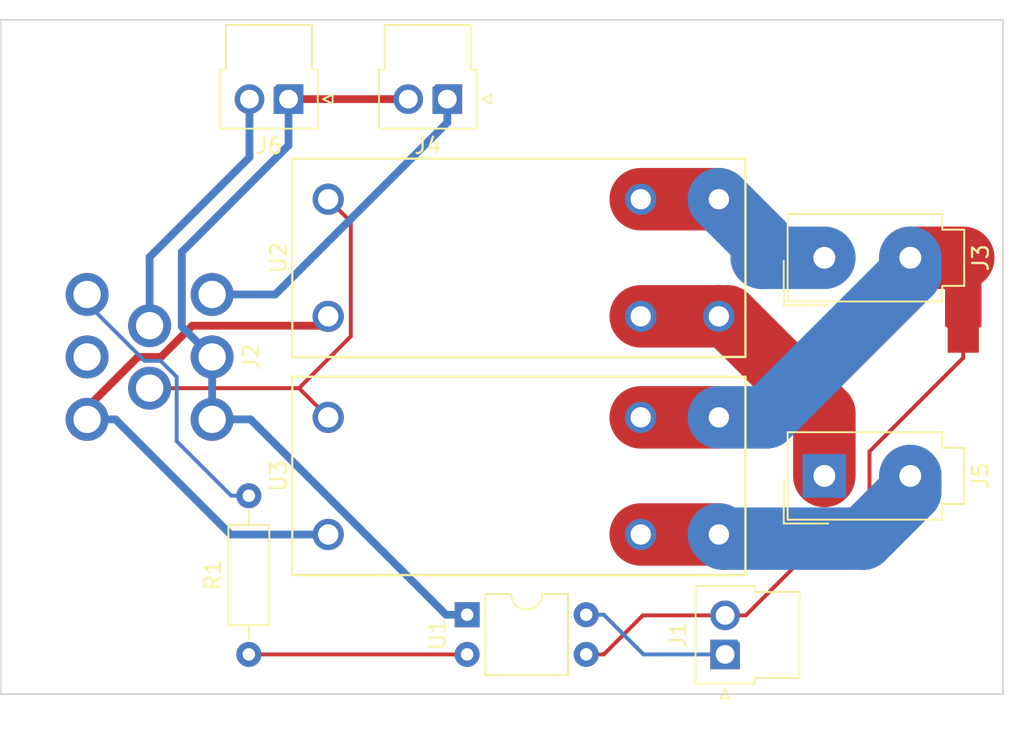
<source format=kicad_pcb>
(kicad_pcb (version 4) (host pcbnew 4.0.7)

  (general
    (links 24)
    (no_connects 0)
    (area 132.064999 26.145 198.833 73.930001)
    (thickness 1.6)
    (drawings 4)
    (tracks 66)
    (zones 0)
    (modules 13)
    (nets 14)
  )

  (page A4)
  (layers
    (0 F.Cu signal)
    (31 B.Cu signal)
    (32 B.Adhes user)
    (33 F.Adhes user)
    (34 B.Paste user)
    (35 F.Paste user)
    (36 B.SilkS user)
    (37 F.SilkS user)
    (38 B.Mask user)
    (39 F.Mask user)
    (40 Dwgs.User user)
    (41 Cmts.User user)
    (42 Eco1.User user)
    (43 Eco2.User user)
    (44 Edge.Cuts user)
    (45 Margin user)
    (46 B.CrtYd user)
    (47 F.CrtYd user)
    (48 B.Fab user)
    (49 F.Fab user)
  )

  (setup
    (last_trace_width 0.25)
    (trace_clearance 0.2)
    (zone_clearance 0.508)
    (zone_45_only no)
    (trace_min 0.2)
    (segment_width 0.2)
    (edge_width 0.1)
    (via_size 0.8)
    (via_drill 0.4)
    (via_min_size 0.4)
    (via_min_drill 0.3)
    (uvia_size 0.3)
    (uvia_drill 0.1)
    (uvias_allowed no)
    (uvia_min_size 0.2)
    (uvia_min_drill 0.1)
    (pcb_text_width 0.3)
    (pcb_text_size 1.5 1.5)
    (mod_edge_width 0.15)
    (mod_text_size 1 1)
    (mod_text_width 0.15)
    (pad_size 1.5 1.5)
    (pad_drill 0.6)
    (pad_to_mask_clearance 0)
    (aux_axis_origin 0 0)
    (visible_elements 7FFFFFFF)
    (pcbplotparams
      (layerselection 0x010fc_80000001)
      (usegerberextensions false)
      (excludeedgelayer true)
      (linewidth 0.100000)
      (plotframeref false)
      (viasonmask false)
      (mode 1)
      (useauxorigin false)
      (hpglpennumber 1)
      (hpglpenspeed 20)
      (hpglpendiameter 15)
      (hpglpenoverlay 2)
      (psnegative false)
      (psa4output false)
      (plotreference true)
      (plotvalue true)
      (plotinvisibletext false)
      (padsonsilk false)
      (subtractmaskfromsilk false)
      (outputformat 1)
      (mirror false)
      (drillshape 0)
      (scaleselection 1)
      (outputdirectory PCB/))
  )

  (net 0 "")
  (net 1 /12V_SRC)
  (net 2 +12V)
  (net 3 /AIRS_FINAL_CHARGER)
  (net 4 /CHARGER_CONTROL)
  (net 5 GND)
  (net 6 /CHARGER_OUT+)
  (net 7 /CHARGER_OUT-)
  (net 8 /CHARGER+)
  (net 9 /CHARGER-)
  (net 10 "Net-(R1-Pad1)")
  (net 11 /CHARGER_TEMP)
  (net 12 "Net-(J1-Pad2)")
  (net 13 /AIRS_CHARGER_OUT)

  (net_class Default "This is the default net class."
    (clearance 0.2)
    (trace_width 0.25)
    (via_dia 0.8)
    (via_drill 0.4)
    (uvia_dia 0.3)
    (uvia_drill 0.1)
    (add_net /AIRS_FINAL_CHARGER)
    (add_net /CHARGER_CONTROL)
    (add_net /CHARGER_TEMP)
    (add_net "Net-(J1-Pad2)")
    (add_net "Net-(R1-Pad1)")
  )

  (net_class ChargerCurrent ""
    (clearance 0.6)
    (trace_width 4)
    (via_dia 3.2)
    (via_drill 2)
    (uvia_dia 1.6)
    (uvia_drill 0.6)
    (add_net /CHARGER+)
    (add_net /CHARGER-)
    (add_net /CHARGER_OUT+)
    (add_net /CHARGER_OUT-)
  )

  (net_class PowerCurrent ""
    (clearance 0.3)
    (trace_width 0.5)
    (via_dia 1.2)
    (via_drill 0.6)
    (uvia_dia 0.3)
    (uvia_drill 0.1)
    (add_net +12V)
    (add_net /12V_SRC)
    (add_net /AIRS_CHARGER_OUT)
    (add_net GND)
  )

  (module Mounting_Holes:MountingHole_4.5mm (layer F.Cu) (tedit 5AA255CB) (tstamp 5A9F2F62)
    (at 191.77 66.04)
    (descr "Mounting Hole 4.5mm, no annular")
    (tags "mounting hole 4.5mm no annular")
    (path /5A9F7B28)
    (attr virtual)
    (fp_text reference H1 (at 0 -5.5) (layer F.SilkS) hide
      (effects (font (size 1 1) (thickness 0.15)))
    )
    (fp_text value MtngHole (at 0 5.5) (layer F.Fab)
      (effects (font (size 1 1) (thickness 0.15)))
    )
    (fp_text user %R (at 0.3 0) (layer F.Fab)
      (effects (font (size 1 1) (thickness 0.15)))
    )
    (fp_circle (center 0 0) (end 4.5 0) (layer Cmts.User) (width 0.15))
    (fp_circle (center 0 0) (end 4.75 0) (layer F.CrtYd) (width 0.05))
    (pad 1 np_thru_hole circle (at 0 0) (size 4.5 4.5) (drill 4.5) (layers *.Cu *.Mask))
  )

  (module Resistors_THT:R_Axial_DIN0207_L6.3mm_D2.5mm_P10.16mm_Horizontal (layer F.Cu) (tedit 5874F706) (tstamp 5A9F2F88)
    (at 148.59 68.58 90)
    (descr "Resistor, Axial_DIN0207 series, Axial, Horizontal, pin pitch=10.16mm, 0.25W = 1/4W, length*diameter=6.3*2.5mm^2, http://cdn-reichelt.de/documents/datenblatt/B400/1_4W%23YAG.pdf")
    (tags "Resistor Axial_DIN0207 series Axial Horizontal pin pitch 10.16mm 0.25W = 1/4W length 6.3mm diameter 2.5mm")
    (path /5A9F3A53)
    (fp_text reference R1 (at 5.08 -2.31 90) (layer F.SilkS)
      (effects (font (size 1 1) (thickness 0.15)))
    )
    (fp_text value R (at 5.08 2.31 90) (layer F.Fab)
      (effects (font (size 1 1) (thickness 0.15)))
    )
    (fp_line (start 1.93 -1.25) (end 1.93 1.25) (layer F.Fab) (width 0.1))
    (fp_line (start 1.93 1.25) (end 8.23 1.25) (layer F.Fab) (width 0.1))
    (fp_line (start 8.23 1.25) (end 8.23 -1.25) (layer F.Fab) (width 0.1))
    (fp_line (start 8.23 -1.25) (end 1.93 -1.25) (layer F.Fab) (width 0.1))
    (fp_line (start 0 0) (end 1.93 0) (layer F.Fab) (width 0.1))
    (fp_line (start 10.16 0) (end 8.23 0) (layer F.Fab) (width 0.1))
    (fp_line (start 1.87 -1.31) (end 1.87 1.31) (layer F.SilkS) (width 0.12))
    (fp_line (start 1.87 1.31) (end 8.29 1.31) (layer F.SilkS) (width 0.12))
    (fp_line (start 8.29 1.31) (end 8.29 -1.31) (layer F.SilkS) (width 0.12))
    (fp_line (start 8.29 -1.31) (end 1.87 -1.31) (layer F.SilkS) (width 0.12))
    (fp_line (start 0.98 0) (end 1.87 0) (layer F.SilkS) (width 0.12))
    (fp_line (start 9.18 0) (end 8.29 0) (layer F.SilkS) (width 0.12))
    (fp_line (start -1.05 -1.6) (end -1.05 1.6) (layer F.CrtYd) (width 0.05))
    (fp_line (start -1.05 1.6) (end 11.25 1.6) (layer F.CrtYd) (width 0.05))
    (fp_line (start 11.25 1.6) (end 11.25 -1.6) (layer F.CrtYd) (width 0.05))
    (fp_line (start 11.25 -1.6) (end -1.05 -1.6) (layer F.CrtYd) (width 0.05))
    (pad 1 thru_hole circle (at 0 0 90) (size 1.6 1.6) (drill 0.8) (layers *.Cu *.Mask)
      (net 10 "Net-(R1-Pad1)"))
    (pad 2 thru_hole oval (at 10.16 0 90) (size 1.6 1.6) (drill 0.8) (layers *.Cu *.Mask)
      (net 4 /CHARGER_CONTROL))
    (model ${KISYS3DMOD}/Resistors_THT.3dshapes/R_Axial_DIN0207_L6.3mm_D2.5mm_P10.16mm_Horizontal.wrl
      (at (xyz 0 0 0))
      (scale (xyz 0.393701 0.393701 0.393701))
      (rotate (xyz 0 0 0))
    )
  )

  (module Oddities:NetTie-I_Connected_SMD (layer F.Cu) (tedit 5AA25647) (tstamp 5A9F2F8E)
    (at 194.31 45.72 270)
    (descr "Just a \"Net tie\" as an more or less elegant way to connect two different nets without disturbing ERC and DRC.")
    (tags "Just a \"Net tie\" as an more or less elegant way to connect two different nets without disturbing ERC and DRC.")
    (path /5A9F7258)
    (fp_text reference R2 (at 1.905 2.54 270) (layer F.SilkS) hide
      (effects (font (size 1 1) (thickness 0.15)))
    )
    (fp_text value R (at 0 -3.048 270) (layer F.Fab)
      (effects (font (size 1 1) (thickness 0.15)))
    )
    (fp_line (start 1.778 -1.016) (end -1.778 -1.016) (layer F.Cu) (width 0.3048))
    (fp_line (start -1.778 -0.762) (end 1.778 -0.762) (layer F.Cu) (width 0.3048))
    (fp_line (start 1.778 -0.508) (end -1.778 -0.508) (layer F.Cu) (width 0.3048))
    (fp_line (start -1.778 -0.254) (end 1.778 -0.254) (layer F.Cu) (width 0.3048))
    (fp_line (start 1.778 0) (end -1.778 0) (layer F.Cu) (width 0.3048))
    (fp_line (start -1.778 0.254) (end 1.778 0.254) (layer F.Cu) (width 0.3048))
    (fp_line (start 1.778 0.508) (end -1.778 0.508) (layer F.Cu) (width 0.3048))
    (fp_line (start -1.778 0.762) (end 1.778 0.762) (layer F.Cu) (width 0.3048))
    (fp_line (start 1.778 1.016) (end -1.778 1.016) (layer F.Cu) (width 0.3048))
    (pad 1 smd rect (at -2.54 0 270) (size 1.99898 1.99898) (layers F.Cu F.Paste F.Mask)
      (net 7 /CHARGER_OUT-))
    (pad 2 smd rect (at 2.54 0 270) (size 1.99898 1.99898) (layers F.Cu F.Paste F.Mask)
      (net 12 "Net-(J1-Pad2)"))
  )

  (module Housings_DIP:DIP-4_W7.62mm (layer F.Cu) (tedit 5AA255DC) (tstamp 5A9F2F96)
    (at 162.56 66.04)
    (descr "4-lead though-hole mounted DIP package, row spacing 7.62 mm (300 mils)")
    (tags "THT DIP DIL PDIP 2.54mm 7.62mm 300mil")
    (path /5A9F3852)
    (fp_text reference U1 (at -1.905 1.27 90) (layer F.SilkS)
      (effects (font (size 1 1) (thickness 0.15)))
    )
    (fp_text value PS2501-1 (at 3.81 4.87) (layer F.Fab)
      (effects (font (size 1 1) (thickness 0.15)))
    )
    (fp_arc (start 3.81 -1.33) (end 2.81 -1.33) (angle -180) (layer F.SilkS) (width 0.12))
    (fp_line (start 1.635 -1.27) (end 6.985 -1.27) (layer F.Fab) (width 0.1))
    (fp_line (start 6.985 -1.27) (end 6.985 3.81) (layer F.Fab) (width 0.1))
    (fp_line (start 6.985 3.81) (end 0.635 3.81) (layer F.Fab) (width 0.1))
    (fp_line (start 0.635 3.81) (end 0.635 -0.27) (layer F.Fab) (width 0.1))
    (fp_line (start 0.635 -0.27) (end 1.635 -1.27) (layer F.Fab) (width 0.1))
    (fp_line (start 2.81 -1.33) (end 1.16 -1.33) (layer F.SilkS) (width 0.12))
    (fp_line (start 1.16 -1.33) (end 1.16 3.87) (layer F.SilkS) (width 0.12))
    (fp_line (start 1.16 3.87) (end 6.46 3.87) (layer F.SilkS) (width 0.12))
    (fp_line (start 6.46 3.87) (end 6.46 -1.33) (layer F.SilkS) (width 0.12))
    (fp_line (start 6.46 -1.33) (end 4.81 -1.33) (layer F.SilkS) (width 0.12))
    (fp_line (start -1.1 -1.55) (end -1.1 4.1) (layer F.CrtYd) (width 0.05))
    (fp_line (start -1.1 4.1) (end 8.7 4.1) (layer F.CrtYd) (width 0.05))
    (fp_line (start 8.7 4.1) (end 8.7 -1.55) (layer F.CrtYd) (width 0.05))
    (fp_line (start 8.7 -1.55) (end -1.1 -1.55) (layer F.CrtYd) (width 0.05))
    (fp_text user %R (at 3.81 1.27) (layer F.Fab)
      (effects (font (size 1 1) (thickness 0.15)))
    )
    (pad 1 thru_hole rect (at 0 0) (size 1.6 1.6) (drill 0.8) (layers *.Cu *.Mask)
      (net 2 +12V))
    (pad 3 thru_hole oval (at 7.62 2.54) (size 1.6 1.6) (drill 0.8) (layers *.Cu *.Mask)
      (net 12 "Net-(J1-Pad2)"))
    (pad 2 thru_hole oval (at 0 2.54) (size 1.6 1.6) (drill 0.8) (layers *.Cu *.Mask)
      (net 10 "Net-(R1-Pad1)"))
    (pad 4 thru_hole oval (at 7.62 0) (size 1.6 1.6) (drill 0.8) (layers *.Cu *.Mask)
      (net 11 /CHARGER_TEMP))
    (model ${KISYS3DMOD}/Housings_DIP.3dshapes/DIP-4_W7.62mm.wrl
      (at (xyz 0 0 0))
      (scale (xyz 1 1 1))
      (rotate (xyz 0 0 0))
    )
  )

  (module FSFootprints:G2RL-1A-E (layer F.Cu) (tedit 5AA255E4) (tstamp 5A9F2FA0)
    (at 153.67 43.18)
    (path /5A9F51A8)
    (fp_text reference U2 (at -3.175 0 270) (layer F.SilkS)
      (effects (font (size 1 1) (thickness 0.15)))
    )
    (fp_text value G2RL-1A-E (at 8 -4) (layer F.Fab)
      (effects (font (size 1 1) (thickness 0.15)))
    )
    (fp_line (start -2.159 -6.223) (end 26.543 -6.223) (layer F.Fab) (width 0.15))
    (fp_line (start 26.543 -6.223) (end 26.543 6.223) (layer F.Fab) (width 0.15))
    (fp_line (start 26.543 6.223) (end -2.159 6.223) (layer F.Fab) (width 0.15))
    (fp_line (start -2.159 6.223) (end -2.159 -6.223) (layer F.Fab) (width 0.15))
    (fp_line (start -2.3 6.35) (end -2.3 -6.35) (layer F.SilkS) (width 0.15))
    (fp_line (start -2.3 -6.35) (end 26.7 -6.35) (layer F.SilkS) (width 0.15))
    (fp_line (start 26.7 -6.35) (end 26.7 6.35) (layer F.SilkS) (width 0.15))
    (fp_line (start 26.7 6.35) (end -2.3 6.35) (layer F.SilkS) (width 0.15))
    (pad 5 thru_hole circle (at 25 3.75) (size 2 2) (drill 1.3) (layers *.Cu *.Mask)
      (net 8 /CHARGER+))
    (pad 4 thru_hole circle (at 25 -3.75) (size 2 2) (drill 1.3) (layers *.Cu *.Mask)
      (net 6 /CHARGER_OUT+))
    (pad 6 thru_hole circle (at 20 3.75) (size 2 2) (drill 1.3) (layers *.Cu *.Mask)
      (net 8 /CHARGER+))
    (pad 3 thru_hole circle (at 20 -3.75) (size 2 2) (drill 1.3) (layers *.Cu *.Mask)
      (net 6 /CHARGER_OUT+))
    (pad 8 thru_hole circle (at 0 3.75) (size 2 2) (drill 1.3) (layers *.Cu *.Mask)
      (net 5 GND))
    (pad 1 thru_hole circle (at 0 -3.75) (size 2 2) (drill 1.3) (layers *.Cu *.Mask)
      (net 3 /AIRS_FINAL_CHARGER))
  )

  (module FSFootprints:G2RL-1A-E (layer F.Cu) (tedit 5AA255E2) (tstamp 5A9F2FAA)
    (at 153.67 57.15)
    (path /5A9F5269)
    (fp_text reference U3 (at -3.175 0 270) (layer F.SilkS)
      (effects (font (size 1 1) (thickness 0.15)))
    )
    (fp_text value G2RL-1A-E (at 8 -4) (layer F.Fab)
      (effects (font (size 1 1) (thickness 0.15)))
    )
    (fp_line (start -2.159 -6.223) (end 26.543 -6.223) (layer F.Fab) (width 0.15))
    (fp_line (start 26.543 -6.223) (end 26.543 6.223) (layer F.Fab) (width 0.15))
    (fp_line (start 26.543 6.223) (end -2.159 6.223) (layer F.Fab) (width 0.15))
    (fp_line (start -2.159 6.223) (end -2.159 -6.223) (layer F.Fab) (width 0.15))
    (fp_line (start -2.3 6.35) (end -2.3 -6.35) (layer F.SilkS) (width 0.15))
    (fp_line (start -2.3 -6.35) (end 26.7 -6.35) (layer F.SilkS) (width 0.15))
    (fp_line (start 26.7 -6.35) (end 26.7 6.35) (layer F.SilkS) (width 0.15))
    (fp_line (start 26.7 6.35) (end -2.3 6.35) (layer F.SilkS) (width 0.15))
    (pad 5 thru_hole circle (at 25 3.75) (size 2 2) (drill 1.3) (layers *.Cu *.Mask)
      (net 9 /CHARGER-))
    (pad 4 thru_hole circle (at 25 -3.75) (size 2 2) (drill 1.3) (layers *.Cu *.Mask)
      (net 7 /CHARGER_OUT-))
    (pad 6 thru_hole circle (at 20 3.75) (size 2 2) (drill 1.3) (layers *.Cu *.Mask)
      (net 9 /CHARGER-))
    (pad 3 thru_hole circle (at 20 -3.75) (size 2 2) (drill 1.3) (layers *.Cu *.Mask)
      (net 7 /CHARGER_OUT-))
    (pad 8 thru_hole circle (at 0 3.75) (size 2 2) (drill 1.3) (layers *.Cu *.Mask)
      (net 5 GND))
    (pad 1 thru_hole circle (at 0 -3.75) (size 2 2) (drill 1.3) (layers *.Cu *.Mask)
      (net 3 /AIRS_FINAL_CHARGER))
  )

  (module Mounting_Holes:MountingHole_4.5mm (layer F.Cu) (tedit 5AA255D4) (tstamp 5A9F314C)
    (at 191.77 33.02 180)
    (descr "Mounting Hole 4.5mm, no annular")
    (tags "mounting hole 4.5mm no annular")
    (path /5A9F8F7C)
    (attr virtual)
    (fp_text reference H2 (at 0 -5.5 180) (layer F.SilkS) hide
      (effects (font (size 1 1) (thickness 0.15)))
    )
    (fp_text value MtngHole (at 0 5.5 180) (layer F.Fab)
      (effects (font (size 1 1) (thickness 0.15)))
    )
    (fp_text user %R (at 0.3 0 180) (layer F.Fab)
      (effects (font (size 1 1) (thickness 0.15)))
    )
    (fp_circle (center 0 0) (end 4.5 0) (layer Cmts.User) (width 0.15))
    (fp_circle (center 0 0) (end 4.75 0) (layer F.CrtYd) (width 0.05))
    (pad 1 np_thru_hole circle (at 0 0 180) (size 4.5 4.5) (drill 4.5) (layers *.Cu *.Mask))
  )

  (module Connectors_Molex:Molex_NanoFit_1x02x2.50mm_Straight (layer F.Cu) (tedit 58A28DF3) (tstamp 5A9F3157)
    (at 179.07 68.58 90)
    (descr "Molex Nano Fit, single row, top entry, through hole, Datasheet:http://www.molex.com/pdm_docs/sd/1053091203_sd.pdf")
    (tags "connector molex nano-fit 105309-xx04")
    (path /5A9F809D)
    (fp_text reference J1 (at 1.25 -3 90) (layer F.SilkS)
      (effects (font (size 1 1) (thickness 0.15)))
    )
    (fp_text value "Charger Control" (at 1.25 -4.5 90) (layer F.Fab)
      (effects (font (size 1 1) (thickness 0.15)))
    )
    (fp_line (start 1.25 -1.74) (end -1.72 -1.74) (layer F.Fab) (width 0.1))
    (fp_line (start -1.72 -1.74) (end -1.72 1.74) (layer F.Fab) (width 0.1))
    (fp_line (start -1.72 1.74) (end -1.35 1.74) (layer F.Fab) (width 0.1))
    (fp_line (start -1.35 1.74) (end -1.35 4.6) (layer F.Fab) (width 0.1))
    (fp_line (start -1.35 4.6) (end 1.25 4.6) (layer F.Fab) (width 0.1))
    (fp_line (start 1.25 -1.74) (end 4.22 -1.74) (layer F.Fab) (width 0.1))
    (fp_line (start 4.22 -1.74) (end 4.22 1.74) (layer F.Fab) (width 0.1))
    (fp_line (start 4.22 1.74) (end 3.85 1.74) (layer F.Fab) (width 0.1))
    (fp_line (start 3.85 1.74) (end 3.85 4.6) (layer F.Fab) (width 0.1))
    (fp_line (start 3.85 4.6) (end 1.25 4.6) (layer F.Fab) (width 0.1))
    (fp_line (start 1.25 -1.89) (end -1.87 -1.89) (layer F.SilkS) (width 0.12))
    (fp_line (start -1.87 -1.89) (end -1.87 1.89) (layer F.SilkS) (width 0.12))
    (fp_line (start -1.87 1.89) (end -1.5 1.89) (layer F.SilkS) (width 0.12))
    (fp_line (start -1.5 1.89) (end -1.5 4.75) (layer F.SilkS) (width 0.12))
    (fp_line (start -1.5 4.75) (end 1.25 4.75) (layer F.SilkS) (width 0.12))
    (fp_line (start 1.25 -1.89) (end 4.37 -1.89) (layer F.SilkS) (width 0.12))
    (fp_line (start 4.37 -1.89) (end 4.37 1.89) (layer F.SilkS) (width 0.12))
    (fp_line (start 4.37 1.89) (end 4 1.89) (layer F.SilkS) (width 0.12))
    (fp_line (start 4 1.89) (end 4 4.75) (layer F.SilkS) (width 0.12))
    (fp_line (start 4 4.75) (end 1.25 4.75) (layer F.SilkS) (width 0.12))
    (fp_line (start -0.85 2.54) (end -0.85 4.1) (layer F.Fab) (width 0.1))
    (fp_line (start -0.85 4.1) (end 3.35 4.1) (layer F.Fab) (width 0.1))
    (fp_line (start 3.35 4.1) (end 3.35 2.54) (layer F.Fab) (width 0.1))
    (fp_line (start 3.35 2.54) (end -0.85 2.54) (layer F.Fab) (width 0.1))
    (fp_line (start -2.21 -2.24) (end -2.21 2.24) (layer F.CrtYd) (width 0.05))
    (fp_line (start -2.21 2.24) (end -1.85 2.24) (layer F.CrtYd) (width 0.05))
    (fp_line (start -1.85 2.24) (end -1.85 5.09) (layer F.CrtYd) (width 0.05))
    (fp_line (start -1.85 5.09) (end 4.34 5.09) (layer F.CrtYd) (width 0.05))
    (fp_line (start 4.34 5.09) (end 4.34 2.24) (layer F.CrtYd) (width 0.05))
    (fp_line (start 4.34 2.24) (end 4.71 2.24) (layer F.CrtYd) (width 0.05))
    (fp_line (start 4.71 2.24) (end 4.71 -2.24) (layer F.CrtYd) (width 0.05))
    (fp_line (start 4.71 -2.24) (end -2.21 -2.24) (layer F.CrtYd) (width 0.05))
    (fp_line (start -1.1875 -1.1875) (end -1.1875 1.1875) (layer F.Fab) (width 0.1))
    (fp_line (start -1.1875 1.1875) (end 1.1875 1.1875) (layer F.Fab) (width 0.1))
    (fp_line (start 1.1875 1.1875) (end 1.1875 -1.1875) (layer F.Fab) (width 0.1))
    (fp_line (start 1.1875 -1.1875) (end -1.1875 -1.1875) (layer F.Fab) (width 0.1))
    (fp_line (start 1.3125 -1.1875) (end 1.3125 1.1875) (layer F.Fab) (width 0.1))
    (fp_line (start 1.3125 1.1875) (end 3.6875 1.1875) (layer F.Fab) (width 0.1))
    (fp_line (start 3.6875 1.1875) (end 3.6875 -1.1875) (layer F.Fab) (width 0.1))
    (fp_line (start 3.6875 -1.1875) (end 1.3125 -1.1875) (layer F.Fab) (width 0.1))
    (fp_line (start -2.22 0) (end -2.82 0.3) (layer F.SilkS) (width 0.12))
    (fp_line (start -2.82 0.3) (end -2.82 -0.3) (layer F.SilkS) (width 0.12))
    (fp_line (start -2.82 -0.3) (end -2.22 0) (layer F.SilkS) (width 0.12))
    (fp_line (start -2.22 0) (end -2.82 0.3) (layer F.Fab) (width 0.1))
    (fp_line (start -2.82 0.3) (end -2.82 -0.3) (layer F.Fab) (width 0.1))
    (fp_line (start -2.82 -0.3) (end -2.22 0) (layer F.Fab) (width 0.1))
    (fp_text user %R (at 1.25 -3 90) (layer F.Fab)
      (effects (font (size 1 1) (thickness 0.15)))
    )
    (pad 1 thru_hole rect (at 0 0 90) (size 1.9 1.9) (drill 1.2) (layers *.Cu *.Mask)
      (net 11 /CHARGER_TEMP))
    (pad 2 thru_hole circle (at 2.5 0 90) (size 1.9 1.9) (drill 1.2) (layers *.Cu *.Mask)
      (net 12 "Net-(J1-Pad2)"))
    (pad "" np_thru_hole circle (at 1.25 1.34 90) (size 1.3 1.3) (drill 1.3) (layers *.Cu *.Mask))
    (model ${KISYS3DMOD}/Connectors_Molex.3dshapes/Molex_NanoFit_1x02x2.50mm_Straight.wrl
      (at (xyz 0 0 0))
      (scale (xyz 1 1 1))
      (rotate (xyz 0 0 0))
    )
  )

  (module Connectors_Molex:Molex_MiniFit-JR-5556-02A_2x01x4.20mm_Straight (layer F.Cu) (tedit 58A28952) (tstamp 5A9F3169)
    (at 185.42 43.18 90)
    (descr "Molex Mini-Fit JR, PN:5556-02A, dual row, top entry type, through hole")
    (tags "connector molex mini-fit 5556")
    (path /5A9F549C)
    (fp_text reference J3 (at 0 10 90) (layer F.SilkS)
      (effects (font (size 1 1) (thickness 0.15)))
    )
    (fp_text value "Charger Current Direct" (at 0 -4 90) (layer F.Fab)
      (effects (font (size 1 1) (thickness 0.15)))
    )
    (fp_line (start -2.7 -2.25) (end -2.7 7.45) (layer F.Fab) (width 0.1))
    (fp_line (start -2.7 7.45) (end 2.7 7.45) (layer F.Fab) (width 0.1))
    (fp_line (start 2.7 7.45) (end 2.7 -2.25) (layer F.Fab) (width 0.1))
    (fp_line (start 2.7 -2.25) (end -2.7 -2.25) (layer F.Fab) (width 0.1))
    (fp_line (start -1.7 7.45) (end -1.7 8.85) (layer F.Fab) (width 0.1))
    (fp_line (start -1.7 8.85) (end 1.7 8.85) (layer F.Fab) (width 0.1))
    (fp_line (start 1.7 8.85) (end 1.7 7.45) (layer F.Fab) (width 0.1))
    (fp_line (start -1.75 -1.75) (end -1.75 1.75) (layer F.Fab) (width 0.1))
    (fp_line (start -1.75 1.75) (end 1.75 1.75) (layer F.Fab) (width 0.1))
    (fp_line (start 1.75 1.75) (end 1.75 -1.75) (layer F.Fab) (width 0.1))
    (fp_line (start 1.75 -1.75) (end -1.75 -1.75) (layer F.Fab) (width 0.1))
    (fp_line (start -1.75 7.25) (end -1.75 4.625) (layer F.Fab) (width 0.1))
    (fp_line (start -1.75 4.625) (end -0.875 3.75) (layer F.Fab) (width 0.1))
    (fp_line (start -0.875 3.75) (end 0.875 3.75) (layer F.Fab) (width 0.1))
    (fp_line (start 0.875 3.75) (end 1.75 4.625) (layer F.Fab) (width 0.1))
    (fp_line (start 1.75 4.625) (end 1.75 7.25) (layer F.Fab) (width 0.1))
    (fp_line (start 1.75 7.25) (end -1.75 7.25) (layer F.Fab) (width 0.1))
    (fp_line (start 0 -2.35) (end -2.8 -2.35) (layer F.SilkS) (width 0.12))
    (fp_line (start -2.8 -2.35) (end -2.8 7.55) (layer F.SilkS) (width 0.12))
    (fp_line (start -2.8 7.55) (end -1.8 7.55) (layer F.SilkS) (width 0.12))
    (fp_line (start -1.8 7.55) (end -1.8 8.95) (layer F.SilkS) (width 0.12))
    (fp_line (start -1.8 8.95) (end 0 8.95) (layer F.SilkS) (width 0.12))
    (fp_line (start 0 -2.35) (end 2.8 -2.35) (layer F.SilkS) (width 0.12))
    (fp_line (start 2.8 -2.35) (end 2.8 7.55) (layer F.SilkS) (width 0.12))
    (fp_line (start 2.8 7.55) (end 1.8 7.55) (layer F.SilkS) (width 0.12))
    (fp_line (start 1.8 7.55) (end 1.8 8.95) (layer F.SilkS) (width 0.12))
    (fp_line (start 1.8 8.95) (end 0 8.95) (layer F.SilkS) (width 0.12))
    (fp_line (start -0.2 -2.6) (end -3.05 -2.6) (layer F.SilkS) (width 0.12))
    (fp_line (start -3.05 -2.6) (end -3.05 0.25) (layer F.SilkS) (width 0.12))
    (fp_line (start -0.2 -2.6) (end -3.05 -2.6) (layer F.Fab) (width 0.1))
    (fp_line (start -3.05 -2.6) (end -3.05 0.25) (layer F.Fab) (width 0.1))
    (fp_line (start -3.2 -2.75) (end -3.2 9.3) (layer F.CrtYd) (width 0.05))
    (fp_line (start -3.2 9.3) (end 3.2 9.3) (layer F.CrtYd) (width 0.05))
    (fp_line (start 3.2 9.3) (end 3.2 -2.75) (layer F.CrtYd) (width 0.05))
    (fp_line (start 3.2 -2.75) (end -3.2 -2.75) (layer F.CrtYd) (width 0.05))
    (fp_text user %R (at 0 3 90) (layer F.Fab)
      (effects (font (size 1 1) (thickness 0.15)))
    )
    (pad 1 thru_hole rect (at 0 0 90) (size 2.8 2.8) (drill 1.4) (layers *.Cu *.Mask)
      (net 6 /CHARGER_OUT+))
    (pad 2 thru_hole circle (at 0 5.5 90) (size 2.8 2.8) (drill 1.4) (layers *.Cu *.Mask)
      (net 7 /CHARGER_OUT-))
    (model ${KISYS3DMOD}/Connectors_Molex.3dshapes/Molex_MiniFit-JR-5556-02A_2x01x4.20mm_Straight.wrl
      (at (xyz 0 0 0))
      (scale (xyz 1 1 1))
      (rotate (xyz 0 0 0))
    )
  )

  (module Connectors_Molex:Molex_NanoFit_1x02x2.50mm_Straight (layer F.Cu) (tedit 58A28DF3) (tstamp 5A9F316E)
    (at 161.29 33.02 180)
    (descr "Molex Nano Fit, single row, top entry, through hole, Datasheet:http://www.molex.com/pdm_docs/sd/1053091203_sd.pdf")
    (tags "connector molex nano-fit 105309-xx04")
    (path /594F5A13)
    (fp_text reference J4 (at 1.25 -3 180) (layer F.SilkS)
      (effects (font (size 1 1) (thickness 0.15)))
    )
    (fp_text value "Estop Connector" (at 1.25 -4.5 180) (layer F.Fab)
      (effects (font (size 1 1) (thickness 0.15)))
    )
    (fp_line (start 1.25 -1.74) (end -1.72 -1.74) (layer F.Fab) (width 0.1))
    (fp_line (start -1.72 -1.74) (end -1.72 1.74) (layer F.Fab) (width 0.1))
    (fp_line (start -1.72 1.74) (end -1.35 1.74) (layer F.Fab) (width 0.1))
    (fp_line (start -1.35 1.74) (end -1.35 4.6) (layer F.Fab) (width 0.1))
    (fp_line (start -1.35 4.6) (end 1.25 4.6) (layer F.Fab) (width 0.1))
    (fp_line (start 1.25 -1.74) (end 4.22 -1.74) (layer F.Fab) (width 0.1))
    (fp_line (start 4.22 -1.74) (end 4.22 1.74) (layer F.Fab) (width 0.1))
    (fp_line (start 4.22 1.74) (end 3.85 1.74) (layer F.Fab) (width 0.1))
    (fp_line (start 3.85 1.74) (end 3.85 4.6) (layer F.Fab) (width 0.1))
    (fp_line (start 3.85 4.6) (end 1.25 4.6) (layer F.Fab) (width 0.1))
    (fp_line (start 1.25 -1.89) (end -1.87 -1.89) (layer F.SilkS) (width 0.12))
    (fp_line (start -1.87 -1.89) (end -1.87 1.89) (layer F.SilkS) (width 0.12))
    (fp_line (start -1.87 1.89) (end -1.5 1.89) (layer F.SilkS) (width 0.12))
    (fp_line (start -1.5 1.89) (end -1.5 4.75) (layer F.SilkS) (width 0.12))
    (fp_line (start -1.5 4.75) (end 1.25 4.75) (layer F.SilkS) (width 0.12))
    (fp_line (start 1.25 -1.89) (end 4.37 -1.89) (layer F.SilkS) (width 0.12))
    (fp_line (start 4.37 -1.89) (end 4.37 1.89) (layer F.SilkS) (width 0.12))
    (fp_line (start 4.37 1.89) (end 4 1.89) (layer F.SilkS) (width 0.12))
    (fp_line (start 4 1.89) (end 4 4.75) (layer F.SilkS) (width 0.12))
    (fp_line (start 4 4.75) (end 1.25 4.75) (layer F.SilkS) (width 0.12))
    (fp_line (start -0.85 2.54) (end -0.85 4.1) (layer F.Fab) (width 0.1))
    (fp_line (start -0.85 4.1) (end 3.35 4.1) (layer F.Fab) (width 0.1))
    (fp_line (start 3.35 4.1) (end 3.35 2.54) (layer F.Fab) (width 0.1))
    (fp_line (start 3.35 2.54) (end -0.85 2.54) (layer F.Fab) (width 0.1))
    (fp_line (start -2.21 -2.24) (end -2.21 2.24) (layer F.CrtYd) (width 0.05))
    (fp_line (start -2.21 2.24) (end -1.85 2.24) (layer F.CrtYd) (width 0.05))
    (fp_line (start -1.85 2.24) (end -1.85 5.09) (layer F.CrtYd) (width 0.05))
    (fp_line (start -1.85 5.09) (end 4.34 5.09) (layer F.CrtYd) (width 0.05))
    (fp_line (start 4.34 5.09) (end 4.34 2.24) (layer F.CrtYd) (width 0.05))
    (fp_line (start 4.34 2.24) (end 4.71 2.24) (layer F.CrtYd) (width 0.05))
    (fp_line (start 4.71 2.24) (end 4.71 -2.24) (layer F.CrtYd) (width 0.05))
    (fp_line (start 4.71 -2.24) (end -2.21 -2.24) (layer F.CrtYd) (width 0.05))
    (fp_line (start -1.1875 -1.1875) (end -1.1875 1.1875) (layer F.Fab) (width 0.1))
    (fp_line (start -1.1875 1.1875) (end 1.1875 1.1875) (layer F.Fab) (width 0.1))
    (fp_line (start 1.1875 1.1875) (end 1.1875 -1.1875) (layer F.Fab) (width 0.1))
    (fp_line (start 1.1875 -1.1875) (end -1.1875 -1.1875) (layer F.Fab) (width 0.1))
    (fp_line (start 1.3125 -1.1875) (end 1.3125 1.1875) (layer F.Fab) (width 0.1))
    (fp_line (start 1.3125 1.1875) (end 3.6875 1.1875) (layer F.Fab) (width 0.1))
    (fp_line (start 3.6875 1.1875) (end 3.6875 -1.1875) (layer F.Fab) (width 0.1))
    (fp_line (start 3.6875 -1.1875) (end 1.3125 -1.1875) (layer F.Fab) (width 0.1))
    (fp_line (start -2.22 0) (end -2.82 0.3) (layer F.SilkS) (width 0.12))
    (fp_line (start -2.82 0.3) (end -2.82 -0.3) (layer F.SilkS) (width 0.12))
    (fp_line (start -2.82 -0.3) (end -2.22 0) (layer F.SilkS) (width 0.12))
    (fp_line (start -2.22 0) (end -2.82 0.3) (layer F.Fab) (width 0.1))
    (fp_line (start -2.82 0.3) (end -2.82 -0.3) (layer F.Fab) (width 0.1))
    (fp_line (start -2.82 -0.3) (end -2.22 0) (layer F.Fab) (width 0.1))
    (fp_text user %R (at 1.25 -3 180) (layer F.Fab)
      (effects (font (size 1 1) (thickness 0.15)))
    )
    (pad 1 thru_hole rect (at 0 0 180) (size 1.9 1.9) (drill 1.2) (layers *.Cu *.Mask)
      (net 1 /12V_SRC))
    (pad 2 thru_hole circle (at 2.5 0 180) (size 1.9 1.9) (drill 1.2) (layers *.Cu *.Mask)
      (net 2 +12V))
    (pad "" np_thru_hole circle (at 1.25 1.34 180) (size 1.3 1.3) (drill 1.3) (layers *.Cu *.Mask))
    (model ${KISYS3DMOD}/Connectors_Molex.3dshapes/Molex_NanoFit_1x02x2.50mm_Straight.wrl
      (at (xyz 0 0 0))
      (scale (xyz 1 1 1))
      (rotate (xyz 0 0 0))
    )
  )

  (module Connectors_Molex:Molex_MiniFit-JR-5556-02A_2x01x4.20mm_Straight (layer F.Cu) (tedit 58A28952) (tstamp 5A9F3179)
    (at 185.42 57.15 90)
    (descr "Molex Mini-Fit JR, PN:5556-02A, dual row, top entry type, through hole")
    (tags "connector molex mini-fit 5556")
    (path /5A9F562D)
    (fp_text reference J5 (at 0 10 90) (layer F.SilkS)
      (effects (font (size 1 1) (thickness 0.15)))
    )
    (fp_text value "Charger Current Out" (at 0 -4 90) (layer F.Fab)
      (effects (font (size 1 1) (thickness 0.15)))
    )
    (fp_line (start -2.7 -2.25) (end -2.7 7.45) (layer F.Fab) (width 0.1))
    (fp_line (start -2.7 7.45) (end 2.7 7.45) (layer F.Fab) (width 0.1))
    (fp_line (start 2.7 7.45) (end 2.7 -2.25) (layer F.Fab) (width 0.1))
    (fp_line (start 2.7 -2.25) (end -2.7 -2.25) (layer F.Fab) (width 0.1))
    (fp_line (start -1.7 7.45) (end -1.7 8.85) (layer F.Fab) (width 0.1))
    (fp_line (start -1.7 8.85) (end 1.7 8.85) (layer F.Fab) (width 0.1))
    (fp_line (start 1.7 8.85) (end 1.7 7.45) (layer F.Fab) (width 0.1))
    (fp_line (start -1.75 -1.75) (end -1.75 1.75) (layer F.Fab) (width 0.1))
    (fp_line (start -1.75 1.75) (end 1.75 1.75) (layer F.Fab) (width 0.1))
    (fp_line (start 1.75 1.75) (end 1.75 -1.75) (layer F.Fab) (width 0.1))
    (fp_line (start 1.75 -1.75) (end -1.75 -1.75) (layer F.Fab) (width 0.1))
    (fp_line (start -1.75 7.25) (end -1.75 4.625) (layer F.Fab) (width 0.1))
    (fp_line (start -1.75 4.625) (end -0.875 3.75) (layer F.Fab) (width 0.1))
    (fp_line (start -0.875 3.75) (end 0.875 3.75) (layer F.Fab) (width 0.1))
    (fp_line (start 0.875 3.75) (end 1.75 4.625) (layer F.Fab) (width 0.1))
    (fp_line (start 1.75 4.625) (end 1.75 7.25) (layer F.Fab) (width 0.1))
    (fp_line (start 1.75 7.25) (end -1.75 7.25) (layer F.Fab) (width 0.1))
    (fp_line (start 0 -2.35) (end -2.8 -2.35) (layer F.SilkS) (width 0.12))
    (fp_line (start -2.8 -2.35) (end -2.8 7.55) (layer F.SilkS) (width 0.12))
    (fp_line (start -2.8 7.55) (end -1.8 7.55) (layer F.SilkS) (width 0.12))
    (fp_line (start -1.8 7.55) (end -1.8 8.95) (layer F.SilkS) (width 0.12))
    (fp_line (start -1.8 8.95) (end 0 8.95) (layer F.SilkS) (width 0.12))
    (fp_line (start 0 -2.35) (end 2.8 -2.35) (layer F.SilkS) (width 0.12))
    (fp_line (start 2.8 -2.35) (end 2.8 7.55) (layer F.SilkS) (width 0.12))
    (fp_line (start 2.8 7.55) (end 1.8 7.55) (layer F.SilkS) (width 0.12))
    (fp_line (start 1.8 7.55) (end 1.8 8.95) (layer F.SilkS) (width 0.12))
    (fp_line (start 1.8 8.95) (end 0 8.95) (layer F.SilkS) (width 0.12))
    (fp_line (start -0.2 -2.6) (end -3.05 -2.6) (layer F.SilkS) (width 0.12))
    (fp_line (start -3.05 -2.6) (end -3.05 0.25) (layer F.SilkS) (width 0.12))
    (fp_line (start -0.2 -2.6) (end -3.05 -2.6) (layer F.Fab) (width 0.1))
    (fp_line (start -3.05 -2.6) (end -3.05 0.25) (layer F.Fab) (width 0.1))
    (fp_line (start -3.2 -2.75) (end -3.2 9.3) (layer F.CrtYd) (width 0.05))
    (fp_line (start -3.2 9.3) (end 3.2 9.3) (layer F.CrtYd) (width 0.05))
    (fp_line (start 3.2 9.3) (end 3.2 -2.75) (layer F.CrtYd) (width 0.05))
    (fp_line (start 3.2 -2.75) (end -3.2 -2.75) (layer F.CrtYd) (width 0.05))
    (fp_text user %R (at 0 3 90) (layer F.Fab)
      (effects (font (size 1 1) (thickness 0.15)))
    )
    (pad 1 thru_hole rect (at 0 0 90) (size 2.8 2.8) (drill 1.4) (layers *.Cu *.Mask)
      (net 8 /CHARGER+))
    (pad 2 thru_hole circle (at 0 5.5 90) (size 2.8 2.8) (drill 1.4) (layers *.Cu *.Mask)
      (net 9 /CHARGER-))
    (model ${KISYS3DMOD}/Connectors_Molex.3dshapes/Molex_MiniFit-JR-5556-02A_2x01x4.20mm_Straight.wrl
      (at (xyz 0 0 0))
      (scale (xyz 1 1 1))
      (rotate (xyz 0 0 0))
    )
  )

  (module "FSFootprints:Ampseal - 8 pin" (layer F.Cu) (tedit 594F234B) (tstamp 5A9F3DF6)
    (at 142.24 49.53 270)
    (path /5A9F277F)
    (fp_text reference J2 (at 0 -6.5 270) (layer F.SilkS)
      (effects (font (size 1 1) (thickness 0.15)))
    )
    (fp_text value "Charger LV" (at 0 -8 270) (layer F.Fab)
      (effects (font (size 1 1) (thickness 0.15)))
    )
    (fp_line (start -20.5 9.5) (end -20.5 0) (layer F.Fab) (width 0.15))
    (fp_line (start 20.5 9.5) (end 20.5 0) (layer F.Fab) (width 0.15))
    (fp_line (start -20.5 9.5) (end 20.5 9.5) (layer F.Fab) (width 0.15))
    (pad "" np_thru_hole circle (at -10.5 0 270) (size 2.85 2.85) (drill 2.85) (layers *.Cu *.Mask))
    (pad 6 thru_hole circle (at -4 4 270) (size 2.75 2.75) (drill 1.75) (layers *.Cu *.Mask)
      (net 4 /CHARGER_CONTROL))
    (pad 7 thru_hole circle (at 0 4 270) (size 2.75 2.75) (drill 1.75) (layers *.Cu *.Mask))
    (pad 8 thru_hole circle (at 4 4 270) (size 2.75 2.75) (drill 1.75) (layers *.Cu *.Mask)
      (net 5 GND))
    (pad 3 thru_hole circle (at 4 -4 270) (size 2.75 2.75) (drill 1.75) (layers *.Cu *.Mask)
      (net 2 +12V))
    (pad 1 thru_hole circle (at -4 -4 270) (size 2.75 2.75) (drill 1.75) (layers *.Cu *.Mask)
      (net 1 /12V_SRC))
    (pad 2 thru_hole circle (at 0 -4 270) (size 2.75 2.75) (drill 1.75) (layers *.Cu *.Mask)
      (net 2 +12V))
    (pad 5 thru_hole circle (at 2 0 270) (size 2.75 2.75) (drill 1.75) (layers *.Cu *.Mask)
      (net 3 /AIRS_FINAL_CHARGER))
    (pad 4 thru_hole circle (at -2 0 270) (size 2.75 2.75) (drill 1.75) (layers *.Cu *.Mask)
      (net 13 /AIRS_CHARGER_OUT))
    (pad "" np_thru_hole circle (at 10.5 0 270) (size 2.85 2.85) (drill 2.85) (layers *.Cu *.Mask))
  )

  (module Connectors_Molex:Molex_NanoFit_1x02x2.50mm_Straight (layer F.Cu) (tedit 58A28DF3) (tstamp 5A9F3E3B)
    (at 151.13 33.02 180)
    (descr "Molex Nano Fit, single row, top entry, through hole, Datasheet:http://www.molex.com/pdm_docs/sd/1053091203_sd.pdf")
    (tags "connector molex nano-fit 105309-xx04")
    (path /5A9F953E)
    (fp_text reference J6 (at 1.25 -3 180) (layer F.SilkS)
      (effects (font (size 1 1) (thickness 0.15)))
    )
    (fp_text value "Connector Interlock" (at 1.25 -4.5 180) (layer F.Fab)
      (effects (font (size 1 1) (thickness 0.15)))
    )
    (fp_line (start 1.25 -1.74) (end -1.72 -1.74) (layer F.Fab) (width 0.1))
    (fp_line (start -1.72 -1.74) (end -1.72 1.74) (layer F.Fab) (width 0.1))
    (fp_line (start -1.72 1.74) (end -1.35 1.74) (layer F.Fab) (width 0.1))
    (fp_line (start -1.35 1.74) (end -1.35 4.6) (layer F.Fab) (width 0.1))
    (fp_line (start -1.35 4.6) (end 1.25 4.6) (layer F.Fab) (width 0.1))
    (fp_line (start 1.25 -1.74) (end 4.22 -1.74) (layer F.Fab) (width 0.1))
    (fp_line (start 4.22 -1.74) (end 4.22 1.74) (layer F.Fab) (width 0.1))
    (fp_line (start 4.22 1.74) (end 3.85 1.74) (layer F.Fab) (width 0.1))
    (fp_line (start 3.85 1.74) (end 3.85 4.6) (layer F.Fab) (width 0.1))
    (fp_line (start 3.85 4.6) (end 1.25 4.6) (layer F.Fab) (width 0.1))
    (fp_line (start 1.25 -1.89) (end -1.87 -1.89) (layer F.SilkS) (width 0.12))
    (fp_line (start -1.87 -1.89) (end -1.87 1.89) (layer F.SilkS) (width 0.12))
    (fp_line (start -1.87 1.89) (end -1.5 1.89) (layer F.SilkS) (width 0.12))
    (fp_line (start -1.5 1.89) (end -1.5 4.75) (layer F.SilkS) (width 0.12))
    (fp_line (start -1.5 4.75) (end 1.25 4.75) (layer F.SilkS) (width 0.12))
    (fp_line (start 1.25 -1.89) (end 4.37 -1.89) (layer F.SilkS) (width 0.12))
    (fp_line (start 4.37 -1.89) (end 4.37 1.89) (layer F.SilkS) (width 0.12))
    (fp_line (start 4.37 1.89) (end 4 1.89) (layer F.SilkS) (width 0.12))
    (fp_line (start 4 1.89) (end 4 4.75) (layer F.SilkS) (width 0.12))
    (fp_line (start 4 4.75) (end 1.25 4.75) (layer F.SilkS) (width 0.12))
    (fp_line (start -0.85 2.54) (end -0.85 4.1) (layer F.Fab) (width 0.1))
    (fp_line (start -0.85 4.1) (end 3.35 4.1) (layer F.Fab) (width 0.1))
    (fp_line (start 3.35 4.1) (end 3.35 2.54) (layer F.Fab) (width 0.1))
    (fp_line (start 3.35 2.54) (end -0.85 2.54) (layer F.Fab) (width 0.1))
    (fp_line (start -2.21 -2.24) (end -2.21 2.24) (layer F.CrtYd) (width 0.05))
    (fp_line (start -2.21 2.24) (end -1.85 2.24) (layer F.CrtYd) (width 0.05))
    (fp_line (start -1.85 2.24) (end -1.85 5.09) (layer F.CrtYd) (width 0.05))
    (fp_line (start -1.85 5.09) (end 4.34 5.09) (layer F.CrtYd) (width 0.05))
    (fp_line (start 4.34 5.09) (end 4.34 2.24) (layer F.CrtYd) (width 0.05))
    (fp_line (start 4.34 2.24) (end 4.71 2.24) (layer F.CrtYd) (width 0.05))
    (fp_line (start 4.71 2.24) (end 4.71 -2.24) (layer F.CrtYd) (width 0.05))
    (fp_line (start 4.71 -2.24) (end -2.21 -2.24) (layer F.CrtYd) (width 0.05))
    (fp_line (start -1.1875 -1.1875) (end -1.1875 1.1875) (layer F.Fab) (width 0.1))
    (fp_line (start -1.1875 1.1875) (end 1.1875 1.1875) (layer F.Fab) (width 0.1))
    (fp_line (start 1.1875 1.1875) (end 1.1875 -1.1875) (layer F.Fab) (width 0.1))
    (fp_line (start 1.1875 -1.1875) (end -1.1875 -1.1875) (layer F.Fab) (width 0.1))
    (fp_line (start 1.3125 -1.1875) (end 1.3125 1.1875) (layer F.Fab) (width 0.1))
    (fp_line (start 1.3125 1.1875) (end 3.6875 1.1875) (layer F.Fab) (width 0.1))
    (fp_line (start 3.6875 1.1875) (end 3.6875 -1.1875) (layer F.Fab) (width 0.1))
    (fp_line (start 3.6875 -1.1875) (end 1.3125 -1.1875) (layer F.Fab) (width 0.1))
    (fp_line (start -2.22 0) (end -2.82 0.3) (layer F.SilkS) (width 0.12))
    (fp_line (start -2.82 0.3) (end -2.82 -0.3) (layer F.SilkS) (width 0.12))
    (fp_line (start -2.82 -0.3) (end -2.22 0) (layer F.SilkS) (width 0.12))
    (fp_line (start -2.22 0) (end -2.82 0.3) (layer F.Fab) (width 0.1))
    (fp_line (start -2.82 0.3) (end -2.82 -0.3) (layer F.Fab) (width 0.1))
    (fp_line (start -2.82 -0.3) (end -2.22 0) (layer F.Fab) (width 0.1))
    (fp_text user %R (at 1.25 -3 180) (layer F.Fab)
      (effects (font (size 1 1) (thickness 0.15)))
    )
    (pad 1 thru_hole rect (at 0 0 180) (size 1.9 1.9) (drill 1.2) (layers *.Cu *.Mask)
      (net 2 +12V))
    (pad 2 thru_hole circle (at 2.5 0 180) (size 1.9 1.9) (drill 1.2) (layers *.Cu *.Mask)
      (net 13 /AIRS_CHARGER_OUT))
    (pad "" np_thru_hole circle (at 1.25 1.34 180) (size 1.3 1.3) (drill 1.3) (layers *.Cu *.Mask))
    (model ${KISYS3DMOD}/Connectors_Molex.3dshapes/Molex_NanoFit_1x02x2.50mm_Straight.wrl
      (at (xyz 0 0 0))
      (scale (xyz 1 1 1))
      (rotate (xyz 0 0 0))
    )
  )

  (gr_line (start 196.85 27.94) (end 132.715 27.94) (angle 90) (layer Edge.Cuts) (width 0.1))
  (gr_line (start 196.85 27.94) (end 196.85 71.12) (angle 90) (layer Edge.Cuts) (width 0.1))
  (gr_line (start 132.715 71.12) (end 132.715 27.94) (angle 90) (layer Edge.Cuts) (width 0.1))
  (gr_line (start 196.85 71.12) (end 132.715 71.12) (angle 90) (layer Edge.Cuts) (width 0.1))

  (segment (start 150.2803 45.53) (end 161.29 34.5203) (width 0.5) (layer B.Cu) (net 1))
  (segment (start 146.24 45.53) (end 150.2803 45.53) (width 0.5) (layer B.Cu) (net 1))
  (segment (start 161.29 33.02) (end 161.29 34.5203) (width 0.5) (layer B.Cu) (net 1))
  (segment (start 151.13 35.9804) (end 151.13 33.02) (width 0.5) (layer B.Cu) (net 2))
  (segment (start 144.302 42.8084) (end 151.13 35.9804) (width 0.5) (layer B.Cu) (net 2))
  (segment (start 144.302 47.592) (end 144.302 42.8084) (width 0.5) (layer B.Cu) (net 2))
  (segment (start 146.24 49.53) (end 144.302 47.592) (width 0.5) (layer B.Cu) (net 2))
  (segment (start 151.13 33.02) (end 158.79 33.02) (width 0.5) (layer F.Cu) (net 2))
  (segment (start 146.24 53.53) (end 146.24 49.53) (width 0.5) (layer B.Cu) (net 2))
  (segment (start 162.56 66.04) (end 161.2097 66.04) (width 0.5) (layer B.Cu) (net 2))
  (segment (start 148.6997 53.53) (end 161.2097 66.04) (width 0.5) (layer B.Cu) (net 2))
  (segment (start 146.24 53.53) (end 148.6997 53.53) (width 0.5) (layer B.Cu) (net 2))
  (segment (start 142.24 51.53) (end 151.8 51.53) (width 0.25) (layer F.Cu) (net 3))
  (segment (start 151.8 51.53) (end 153.67 53.4) (width 0.25) (layer F.Cu) (net 3))
  (segment (start 155.1152 40.8752) (end 153.67 39.43) (width 0.25) (layer F.Cu) (net 3))
  (segment (start 155.1152 48.2148) (end 155.1152 40.8752) (width 0.25) (layer F.Cu) (net 3))
  (segment (start 151.8 51.53) (end 155.1152 48.2148) (width 0.25) (layer F.Cu) (net 3))
  (segment (start 143.9728 54.9281) (end 147.4647 58.42) (width 0.25) (layer B.Cu) (net 4))
  (segment (start 143.9728 50.8122) (end 143.9728 54.9281) (width 0.25) (layer B.Cu) (net 4))
  (segment (start 142.9371 49.7765) (end 143.9728 50.8122) (width 0.25) (layer B.Cu) (net 4))
  (segment (start 141.9122 49.7765) (end 142.9371 49.7765) (width 0.25) (layer B.Cu) (net 4))
  (segment (start 138.24 46.1043) (end 141.9122 49.7765) (width 0.25) (layer B.Cu) (net 4))
  (segment (start 138.24 45.53) (end 138.24 46.1043) (width 0.25) (layer B.Cu) (net 4))
  (segment (start 148.59 58.42) (end 147.4647 58.42) (width 0.25) (layer B.Cu) (net 4))
  (segment (start 153.07 47.53) (end 153.67 46.93) (width 0.5) (layer F.Cu) (net 5))
  (segment (start 144.969 47.53) (end 153.07 47.53) (width 0.5) (layer F.Cu) (net 5))
  (segment (start 142.969 49.53) (end 144.969 47.53) (width 0.5) (layer F.Cu) (net 5))
  (segment (start 141.4899 49.53) (end 142.969 49.53) (width 0.5) (layer F.Cu) (net 5))
  (segment (start 138.24 52.7799) (end 141.4899 49.53) (width 0.5) (layer F.Cu) (net 5))
  (segment (start 138.24 53.53) (end 138.24 52.7799) (width 0.5) (layer F.Cu) (net 5))
  (segment (start 140.0533 53.53) (end 138.24 53.53) (width 0.5) (layer B.Cu) (net 5))
  (segment (start 147.4233 60.9) (end 140.0533 53.53) (width 0.5) (layer B.Cu) (net 5))
  (segment (start 153.67 60.9) (end 147.4233 60.9) (width 0.5) (layer B.Cu) (net 5))
  (segment (start 181.4197 42.1797) (end 178.67 39.43) (width 4) (layer B.Cu) (net 6))
  (segment (start 181.4197 43.18) (end 181.4197 42.1797) (width 4) (layer B.Cu) (net 6))
  (segment (start 185.42 43.18) (end 181.4197 43.18) (width 4) (layer B.Cu) (net 6))
  (segment (start 173.67 39.43) (end 178.67 39.43) (width 4) (layer F.Cu) (net 6))
  (segment (start 190.92 43.18) (end 194.31 43.18) (width 4) (layer F.Cu) (net 7))
  (segment (start 173.67 53.4) (end 178.67 53.4) (width 4) (layer F.Cu) (net 7))
  (segment (start 181.7159 53.4) (end 178.67 53.4) (width 4) (layer B.Cu) (net 7))
  (segment (start 190.92 44.1959) (end 181.7159 53.4) (width 4) (layer B.Cu) (net 7))
  (segment (start 190.92 43.18) (end 190.92 44.1959) (width 4) (layer B.Cu) (net 7))
  (segment (start 173.67 46.93) (end 178.67 46.93) (width 4) (layer F.Cu) (net 8))
  (segment (start 179.2003 46.93) (end 185.42 53.1497) (width 4) (layer F.Cu) (net 8))
  (segment (start 178.67 46.93) (end 179.2003 46.93) (width 4) (layer F.Cu) (net 8))
  (segment (start 185.42 57.15) (end 185.42 53.1497) (width 4) (layer F.Cu) (net 8))
  (segment (start 173.67 60.9) (end 178.67 60.9) (width 4) (layer F.Cu) (net 9))
  (segment (start 178.9372 61.1672) (end 178.67 60.9) (width 4) (layer B.Cu) (net 9))
  (segment (start 187.893 61.1672) (end 178.9372 61.1672) (width 4) (layer B.Cu) (net 9))
  (segment (start 190.92 58.1402) (end 187.893 61.1672) (width 4) (layer B.Cu) (net 9))
  (segment (start 190.92 57.15) (end 190.92 58.1402) (width 4) (layer B.Cu) (net 9))
  (segment (start 162.56 68.58) (end 148.59 68.58) (width 0.25) (layer F.Cu) (net 10))
  (segment (start 173.8453 68.58) (end 171.3053 66.04) (width 0.25) (layer B.Cu) (net 11))
  (segment (start 179.07 68.58) (end 173.8453 68.58) (width 0.25) (layer B.Cu) (net 11))
  (segment (start 170.18 66.04) (end 171.3053 66.04) (width 0.25) (layer B.Cu) (net 11))
  (segment (start 170.18 68.58) (end 171.3053 68.58) (width 0.25) (layer F.Cu) (net 12))
  (segment (start 194.31 48.26) (end 194.31 49.5848) (width 0.25) (layer F.Cu) (net 12))
  (segment (start 173.8053 66.08) (end 179.07 66.08) (width 0.25) (layer F.Cu) (net 12))
  (segment (start 171.3053 68.58) (end 173.8053 66.08) (width 0.25) (layer F.Cu) (net 12))
  (segment (start 188.3107 55.5841) (end 194.31 49.5848) (width 0.25) (layer F.Cu) (net 12))
  (segment (start 188.3107 58.1635) (end 188.3107 55.5841) (width 0.25) (layer F.Cu) (net 12))
  (segment (start 180.3942 66.08) (end 188.3107 58.1635) (width 0.25) (layer F.Cu) (net 12))
  (segment (start 179.07 66.08) (end 180.3942 66.08) (width 0.25) (layer F.Cu) (net 12))
  (segment (start 142.24 43.1361) (end 142.24 47.53) (width 0.5) (layer B.Cu) (net 13))
  (segment (start 148.63 36.7461) (end 142.24 43.1361) (width 0.5) (layer B.Cu) (net 13))
  (segment (start 148.63 33.02) (end 148.63 36.7461) (width 0.5) (layer B.Cu) (net 13))

)

</source>
